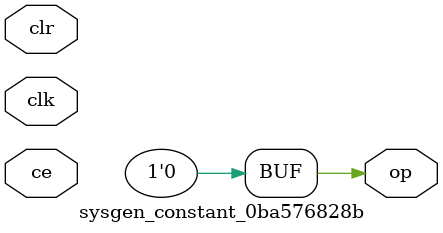
<source format=v>
module sysgen_constant_0ba576828b (
  output [(1 - 1):0] op,
  input clk,
  input ce,
  input clr);
  assign op = 1'b0;
endmodule
</source>
